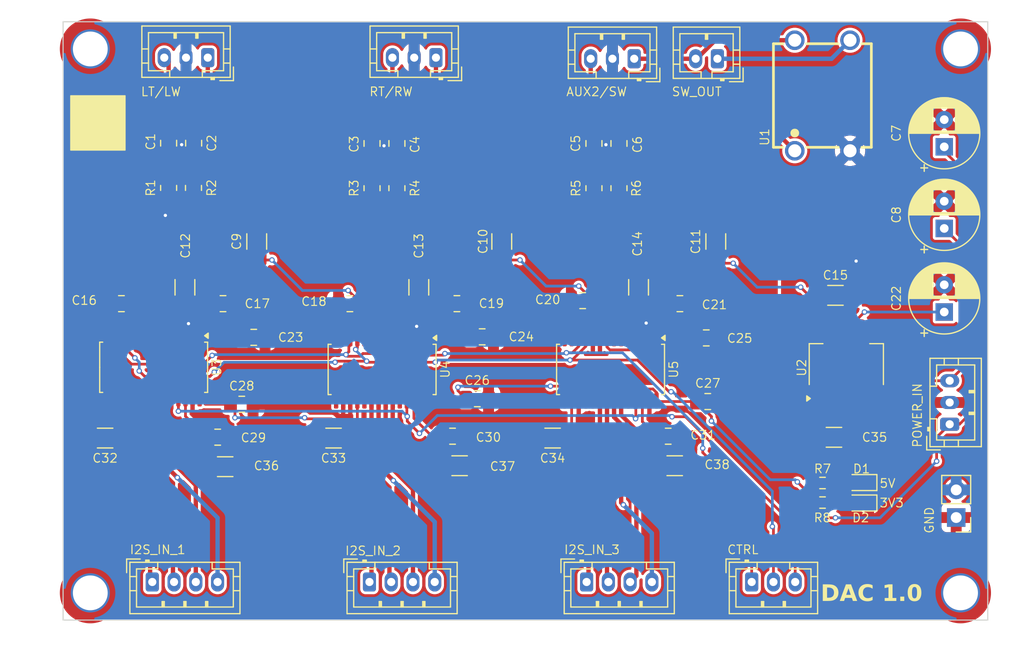
<source format=kicad_pcb>
(kicad_pcb (version 20240108) (generator "pcbnew") (generator_version "8.0")
  (layers (0 "F.Cu" signal) (31 "B.Cu" signal) (34 "B.Paste" user) (35 "F.Paste" user) (36 "B.SilkS" user "B.Silkscreen") (37 "F.SilkS" user "F.Silkscreen") (38 "B.Mask" user) (39 "F.Mask" user) (44 "Edge.Cuts" user))
  (net 0 "")
  (net 1 "MCLK0")
  (net 2 "MCLK1")
  (net 3 "LEFT_WOOFER")
  (net 4 "AGND")
  (net 5 "GND")
  (net 6 "3V3")
  (net 7 "5V")
  (net 8 "Net-(D1-A)")
  (net 9 "Net-(D2-A)")
  (net 10 "LEFT_TWEETER")
  (net 11 "SDA")
  (net 12 "SCL")
  (net 13 "MCLK2")
  (net 14 "RIGHT_TWEETER")
  (net 15 "LRCLK0")
  (net 16 "BCLK0")
  (net 17 "DATA0")
  (net 18 "LRCLK1")
  (net 19 "DATA1")
  (net 24 "XSMT")
  (net 25 "BCLK1")
  (net 26 "DATA2")
  (net 27 "RIGHT_WOOFER")
  (net 28 "LRCLK2")
  (net 29 "BCLK2")
  (net 30 "3V3A")
  (net 31 "Net-(U3-CAPP)")
  (net 32 "Net-(U3-CAPM)")
  (net 33 "Net-(U3-LDOO)")
  (net 34 "Net-(U3-VNEG)")
  (net 35 "LW_OUT_PRE")
  (net 36 "LT_OUT_PRE")
  (net 37 "RT_OUT_PRE")
  (net 38 "RW_OUT_PRE")
  (net 39 "SW_OUT_PRE")
  (net 40 "SW_OUT")
  (net 41 "SW_NEG")
  (net 42 "SUBWOOFER")
  (net 43 "SPARE_OUT")
  (net 44 "SPARE_OUT_PRE")
  (net 45 "Net-(U4-VNEG)")
  (net 46 "Net-(U5-VNEG)")
  (net 47 "Net-(U4-CAPP)")
  (net 48 "Net-(U4-CAPM)")
  (net 49 "Net-(U5-CAPM)")
  (net 50 "Net-(U5-CAPP)")
  (net 51 "Net-(U4-LDOO)")
  (net 52 "Net-(U5-LDOO)")
  (footprint "Capacitor_SMD:C_1206_3216Metric_Pad1.33x1.80mm_HandSolder" (layer "F.Cu") (at 95.3864 98.4775)
    (property "Reference" "C37")
    (property "Value" "10U")
  )
  (footprint "Capacitor_SMD:C_0805_2012Metric_Pad1.18x1.45mm_HandSolder" (layer "F.Cu") (at 68.6364 68.8275 90)
    (property "Reference" "C1")
    (property "Value" "2.2n 50V C0G")
  )
  (footprint "Package_SO:TSSOP-28_4.4x9.7mm_P0.65mm" (layer "F.Cu") (at 67.2614 89.4275 -90)
    (property "Reference" "U3")
    (property "Value" "PCM5122PW")
  )
  (footprint "Capacitor_SMD:C_0805_2012Metric_Pad1.18x1.45mm_HandSolder" (layer "F.Cu") (at 94.7364 95.765 180)
    (property "Reference" "C30")
    (property "Value" "0.1U")
  )
  (footprint "Connector_JST:JST_PH_B3B-PH-K_1x03_P2.00mm_Vertical" (layer "F.Cu") (at 72.2364 60.965 180)
    (property "Reference" "J1" (hide yes))
    (property "Value" "Conn_01x03_Pin")
  )
  (footprint "Capacitor_SMD:C_1206_3216Metric_Pad1.33x1.80mm_HandSolder" (layer "F.Cu") (at 73.8364 98.565)
    (property "Reference" "C36")
    (property "Value" "10U")
  )
  (footprint "Connector_JST:JST_PH_B2B-PH-K_1x02_P2.00mm_Vertical" (layer "F.Cu") (at 119.0864 61.065 180)
    (property "Reference" "J4" (hide yes))
    (property "Value" "Conn_01x02_Pin")
  )
  (footprint "Resistor_SMD:R_0805_2012Metric_Pad1.20x1.40mm_HandSolder" (layer "F.Cu") (at 68.6364 72.94 90)
    (property "Reference" "R1")
    (property "Value" "470R TF")
  )
  (footprint "Capacitor_SMD:C_0805_2012Metric_Pad1.18x1.45mm_HandSolder" (layer "F.Cu") (at 75.3614 92.8275)
    (property "Reference" "C28")
    (property "Value" "0.1U")
  )
  (footprint "Capacitor_SMD:C_0805_2012Metric_Pad1.18x1.45mm_HandSolder" (layer "F.Cu") (at 64.2989 83.5775 180)
    (property "Reference" "C16")
    (property "Value" "0.1U")
  )
  (footprint "Capacitor_SMD:C_0805_2012Metric_Pad1.18x1.45mm_HandSolder" (layer "F.Cu") (at 97.0114 92.315)
    (property "Reference" "C26")
    (property "Value" "0.1U")
  )
  (footprint "Connector_JST:JST_PH_B3B-PH-K_1x03_P2.00mm_Vertical" (layer "F.Cu") (at 140.4364 94.665 90)
    (property "Reference" "J5" (hide yes))
    (property "Value" "Conn_01x03_Pin")
  )
  (footprint "easyeda2kicad:XFMR-TH_4P-L9.5-W9.0-P5.08-LS10.2_C9900096976" (layer "F.Cu") (at 128.7364 64.445 90)
    (property "Reference" "U1")
    (property "Value" "DA101C_C6931652")
  )
  (footprint "Capacitor_SMD:C_0805_2012Metric_Pad1.18x1.45mm_HandSolder" (layer "F.Cu") (at 70.9364 68.8275 90)
    (property "Reference" "C2")
    (property "Value" "2.2n 50V C0G")
  )
  (footprint "Package_TO_SOT_SMD:SOT-223-3_TabPin2" (layer "F.Cu") (at 130.9364 89.165 90)
    (property "Reference" "U2")
    (property "Value" "AMS1117-3.3")
  )
  (footprint "Capacitor_SMD:C_1206_3216Metric_Pad1.33x1.80mm_HandSolder" (layer "F.Cu") (at 111.8364 82.0775 -90)
    (property "Reference" "C14")
    (property "Value" "2.2u 25V")
  )
  (footprint "Capacitor_SMD:C_1206_3216Metric_Pad1.33x1.80mm_HandSolder" (layer "F.Cu") (at 76.7364 77.865 90)
    (property "Reference" "C9")
    (property "Value" "10U")
  )
  (footprint "MountingHole:MountingHole_3.2mm_M3_DIN965_Pad_TopOnly" (layer "F.Cu") (at 61.4364 110.165)
    (property "Reference" "H3" (hide yes))
    (property "Value" "MountingHole")
  )
  (footprint "Capacitor_THT:CP_Radial_D6.3mm_P2.50mm" (layer "F.Cu") (at 139.9364 76.665 90)
    (property "Reference" "C8")
    (property "Value" "220u")
  )
  (footprint "Capacitor_SMD:C_0805_2012Metric_Pad1.18x1.45mm_HandSolder" (layer "F.Cu") (at 106.6989 83.2975 180)
    (property "Reference" "C20")
    (property "Value" "0.1U")
  )
  (footprint "Capacitor_SMD:C_1206_3216Metric_Pad1.33x1.80mm_HandSolder" (layer "F.Cu") (at 91.6364 82.0775 -90)
    (property "Reference" "C13")
    (property "Value" "2.2u 25V")
  )
  (footprint "Capacitor_SMD:C_1206_3216Metric_Pad1.33x1.80mm_HandSolder" (layer "F.Cu") (at 129.9364 82.815)
    (property "Reference" "C15")
    (property "Value" "10U")
  )
  (footprint "MountingHole:MountingHole_3.2mm_M3_DIN965_Pad_TopOnly" (layer "F.Cu") (at 141.4364 110.165)
    (property "Reference" "H4" (hide yes))
    (property "Value" "MountingHole")
  )
  (footprint "Capacitor_THT:CP_Radial_D6.3mm_P2.50mm" (layer "F.Cu") (at 139.9364 69.165 90)
    (property "Reference" "C7")
    (property "Value" "220u")
  )
  (footprint "Resistor_SMD:R_0603_1608Metric_Pad0.98x0.95mm_HandSolder" (layer "F.Cu") (at 128.7489 101.865)
    (property "Reference" "R8")
    (property "Value" "150R")
  )
  (footprint "Capacitor_SMD:C_0805_2012Metric_Pad1.18x1.45mm_HandSolder" (layer "F.Cu") (at 73.6364 83.5775 180)
    (property "Reference" "C17")
    (property "Value" "2.2u 25V")
  )
  (footprint "Capacitor_SMD:C_0805_2012Metric_Pad1.18x1.45mm_HandSolder" (layer "F.Cu") (at 73.1465 95.8525 180)
    (property "Reference" "C29")
    (property "Value" "0.1U")
  )
  (footprint "Capacitor_SMD:C_1206_3216Metric_Pad1.33x1.80mm_HandSolder" (layer "F.Cu") (at 129.7989 95.865 180)
    (property "Reference" "C35")
    (property "Value" "10U")
  )
  (footprint "Capacitor_SMD:C_0805_2012Metric_Pad1.18x1.45mm_HandSolder" (layer "F.Cu") (at 97.4614 86.6275)
    (property "Reference" "C24")
    (property "Value" "0.1U")
  )
  (footprint "Capacitor_SMD:C_1206_3216Metric_Pad1.33x1.80mm_HandSolder" (layer "F.Cu") (at 99.2614 77.865 90)
    (property "Reference" "C10")
    (property "Value" "10U")
  )
  (footprint "Capacitor_THT:CP_Radial_D6.3mm_P2.50mm" (layer "F.Cu") (at 139.9364 84.3474 90)
    (property "Reference" "C22")
    (property "Value" "220u")
  )
  (footprint "Capacitor_SMD:C_1206_3216Metric_Pad1.33x1.80mm_HandSolder" (layer "F.Cu") (at 118.9364 77.865 90)
    (property "Reference" "C11")
    (property "Value" "10U")
  )
  (footprint "Connector_JST:JST_PH_B4B-PH-K_1x04_P2.00mm_Vertical" (layer "F.Cu") (at 87.0989 109.165)
    (property "Reference" "J8" (hide yes))
    (property "Value" "Conn_01x04_Pin")
  )
  (footprint "MountingHole:MountingHole_3.2mm_M3_DIN965_Pad_TopOnly" (layer "F.Cu") (at 141.4364 60.165)
    (property "Reference" "H2" (hide yes))
    (property "Value" "MountingHole")
  )
  (footprint "Resistor_SMD:R_0805_2012Metric_Pad1.20x1.40mm_HandSolder" (layer "F.Cu") (at 87.3364 72.965 90)
    (property "Reference" "R3")
    (property "Value" "470R TF")
  )
  (footprint "Connector_PinHeader_2.54mm:PinHeader_1x02_P2.54mm_Vertical" (layer "F.Cu") (at 141.0364 103.24 180)
    (property "Reference" "J6" (hide yes))
    (property "Value" "Conn_01x02_Pin")
  )
  (footprint "Connector_JST:JST_PH_B3B-PH-K_1x03_P2.00mm_Vertical" (layer "F.Cu") (at 111.4364 61.065 180)
    (property "Reference" "J3" (hide yes))
    (property "Value" "Conn_01x03_Pin")
  )
  (footprint "Connector_JST:JST_PH_B3B-PH-K_1x03_P2.00mm_Vertical" (layer "F.Cu") (at 93.2114 60.965 180)
    (property "Reference" "J2" (hide yes))
    (property "Value" "Conn_01x03_Pin")
  )
  (footprint "Resistor_SMD:R_0805_2012Metric_Pad1.20x1.40mm_HandSolder" (layer "F.Cu") (at 110.0364 72.965 90)
    (property "Reference" "R6")
    (property "Value" "470R TF")
  )
  (footprint "Resistor_SMD:R_0805_2012Metric_Pad1.20x1.40mm_HandSolder" (layer "F.Cu") (at 89.6232 72.965 90)
    (property "Reference" "R4")
    (property "Value" "470R TF")
  )
  (footprint "Capacitor_SMD:C_0805_2012Metric_Pad1.18x1.45mm_HandSolder" (layer "F.Cu") (at 95.1364 83.5775 180)
    (property "Reference" "C19")
    (property "Value" "2.2u 25V")
  )
  (footprint "Capacitor_SMD:C_1206_3216Metric_Pad1.33x1.80mm_HandSolder" (layer "F.Cu") (at 83.7989 95.935 180)
    (property "Reference" "C33")
    (property "Value" "10U")
  )
  (footprint "Capacitor_SMD:C_0805_2012Metric_Pad1.18x1.45mm_HandSolder" (layer "F.Cu") (at 85.2989 83.5775 180)
    (property "Reference" "C18")
    (property "Value" "0.1U")
  )
  (footprint "Resistor_SMD:R_0805_2012Metric_Pad1.20x1.40mm_HandSolder" (layer "F.Cu") (at 107.7364 72.965 90)
    (property "Reference" "R5")
    (property "Value" "470R TF")
  )
  (footprint "Capacitor_SMD:C_0805_2012Metric_Pad1.18x1.45mm_HandSolder" (layer "F.Cu") (at 89.6232 68.8525 90)
    (property "Reference" "C4")
    (property "Value" "2.2n 50V C0G")
  )
  (footprint "Capacitor_SMD:C_1206_3216Metric_Pad1.33x1.80mm_HandSolder" (layer "F.Cu") (at 70.1364 82.0775 -90)
    (property "Reference" "C12")
    (property "Value" "2.2u 25V")
  )
  (footprint "Capacitor_SMD:C_1206_3216Metric_Pad1.33x1.80mm_HandSolder" (layer "F.Cu") (at 62.7989 95.935 180)
    (property "Reference" "C32")
    (property "Value" "10U")
  )
  (footprint "LED_SMD:LED_0603_1608Metric" (layer "F.Cu") (at 132.2614 101.905 180)
    (property "Reference" "D2")
    (property "Value" "BLUE")
  )
  (footprint "Capacitor_SMD:C_0805_2012Metric_Pad1.18x1.45mm_HandSolder" (layer "F.Cu") (at 107.7364 68.8525 90)
    (property "Reference" "C5")
    (property "Value" "2.2n 50V C0G")
  )
  (footprint "Package_SO:TSSOP-28_4.4x9.7mm_P0.65mm" (layer "F.Cu") (at 109.2614 89.6275 -90)
    (property "Reference" "U5")
    (property "Value" "PCM5122PW")
  )
  (footprint "Connector_JST:JST_PH_B3B-PH-K_1x03_P2.00mm_Vertical" (layer "F.Cu") (at 122.2364 109.165)
    (property "Reference" "J11" (hide yes))
    (property "Value" "Conn_01x03_Pin")
  )
  (footprint "Resistor_SMD:R_0805_2012Metric_Pad1.20x1.40mm_HandSolder" (layer "F.Cu") (at 70.9232 72.94 90)
    (property "Reference" "R2")
    (property "Value" "470R TF")
  )
  (footprint "Package_SO:TSSOP-28_4.4x9.7mm_P0.65mm" (layer "F.Cu") (at 88.2614 89.6275 -90)
    (property "Reference" "U4")
    (property "Value" "PCM5122PW")
  )
  (footprint "LED_SMD:LED_0603_1608Metric" (layer "F.Cu") (at 132.2614 100.025 180)
    (property "Reference" "D1")
    (property "Value" "RED")
  )
  (footprint "Capacitor_SMD:C_1206_3216Metric_Pad1.33x1.80mm_HandSolder" (layer "F.Cu") (at 103.9364 95.935 180)
    (property "Reference" "C34")
    (property "Value" "10U")
  )
  (footprint "Capacitor_SMD:C_0805_2012Metric_Pad1.18x1.45mm_HandSolder" (layer "F.Cu") (at 114.5614 95.765 180)
    (property "Reference" "C31")
    (property "Value" "0.1U")
  )
  (footprint "Capacitor_SMD:C_0805_2012Metric_Pad1.18x1.45mm_HandSolder" (layer "F.Cu") (at 76.4614 86.6775)
    (property "Reference" "C23")
    (property "Value" "0.1U")
  )
  (footprint "Connector_JST:JST_PH_B4B-PH-K_1x04_P2.00mm_Vertical" (layer "F.Cu") (at 67.1364 109.165)
    (property "Reference" "J7" (hide yes))
    (property "Value" "Conn_01x04_Pin")
  )
  (footprint "Capacitor_SMD:C_0805_2012Metric_Pad1.18x1.45mm_HandSolder" (layer "F.Cu") (at 110.0364 68.8525 90)
    (property "Reference" "C6")
    (property "Value" "2.2n 50V C0G")
  )
  (footprint "Connector_JST:JST_PH_B4B-PH-K_1x04_P2.00mm_Vertical" (layer "F.Cu") (at 107.0614 109.165)
    (property "Reference" "J9" (hide yes))
    (property "Value" "Conn_01x04_Pin")
  )
  (footprint "Capacitor_SMD:C_1206_3216Metric_Pad1.33x1.80mm_HandSolder" (layer "F.Cu") (at 115.1614 98.4775)
    (property "Reference" "C38")
    (property "Value" "10U")
  )
  (footprint "Capacitor_SMD:C_0805_2012Metric_Pad1.18x1.45mm_HandSolder" (layer "F.Cu") (at 118.0614 86.7275)
    (property "Reference" "C25")
    (property "Value" "0.1U")
  )
  (footprint "Capacitor_SMD:C_0805_2012Metric_Pad1.18x1.45mm_HandSolder" (layer "F.Cu") (at 87.3364 68.8525 90)
    (property "Reference" "C3")
    (property "Value" "2.2n 50V C0G")
  )
  (footprint "Capacitor_SMD:C_0805_2012Metric_Pad1.18x1.45mm_HandSolder" (layer "F.Cu") (at 115.6364 83.5775 180)
    (property "Reference" "C21")
    (property "Value" "2.2u 25V")
  )
  (footprint "Resistor_SMD:R_0603_1608Metric_Pad0.98x0.95mm_HandSolder" (layer "F.Cu") (at 128.7489 100.065)
    (property "Reference" "R7")
    (property "Value" "1.3K")
  )
  (footprint "Capacitor_SMD:C_0805_2012Metric_Pad1.18x1.45mm_HandSolder" (layer "F.Cu") (at 118.1989 92.5775)
    (property "Reference" "C27")
    (property "Value" "0.1U")
  )
  (footprint "MountingHole:MountingHole_3.2mm_M3_DIN965_Pad_TopOnly" (layer "F.Cu") (at 61.4364 60.165)
    (property "Reference" "H1" (hide yes))
    (property "Value" "MountingHole")
  )
  (gr_rect (start 59.6364 64.465) (end 64.6364 69.465) (stroke (width 0.1)) (fill solid) (layer "F.SilkS"))
  (gr_line (start 58.9364 112.665) (end 58.9364 57.665) (stroke (width 0.1)) (layer "Edge.Cuts"))
  (gr_line (start 58.9364 57.665) (end 143.9364 57.665) (stroke (width 0.1)) (layer "Edge.Cuts"))
  (gr_line (start 143.9364 112.665) (end 58.9364 112.665) (stroke (width 0.1)) (layer "Edge.Cuts"))
  (gr_line (start 143.9364 57.665) (end 143.9364 112.665) (stroke (width 0.1)) (layer "Edge.Cuts"))
  (gr_text "DAC 1.0" (at 137.9364 111.165 0) (layer "F.SilkS") (effects (font (size 1.5 1.5) (thickness 0.1) (bold yes)) (justify right bottom)))
  (gr_text "I2S_IN_3" (at 104.9364 106.665 0) (layer "F.SilkS") (effects (font (size 0.8 0.8) (thickness 0.1)) (justify left bottom)))
  (gr_text "GND" (at 139.0364 104.765 90) (layer "F.SilkS") (effects (font (size 0.8 0.8) (thickness 0.1)) (justify left bottom)))
  (gr_text "3V3" (at 133.9364 102.365 0) (layer "F.SilkS") (effects (font (size 0.8 0.8) (thickness 0.1)) (justify left bottom)))
  (gr_text "RT/RW" (at 87.0364 64.565 0) (layer "F.SilkS") (effects (font (size 0.8 0.8) (thickness 0.1)) (justify left bottom)))
  (gr_text "SW_OUT" (at 114.8364 64.565 0) (layer "F.SilkS") (effects (font (size 0.8 0.8) (thickness 0.1)) (justify left bottom)))
  (gr_text "LT/LW" (at 66.0364 64.565 0) (layer "F.SilkS") (effects (font (size 0.8 0.8) (thickness 0.1)) (justify left bottom)))
  (gr_text "AUX2/SW" (at 105.1364 64.565 0) (layer "F.SilkS") (effects (font (size 0.8 0.8) (thickness 0.1)) (justify left bottom)))
  (gr_text "CTRL" (at 119.9364 106.665 0) (layer "F.SilkS") (effects (font (size 0.8 0.8) (thickness 0.1)) (justify left bottom)))
  (gr_text "5V" (at 133.9364 100.565 0) (layer "F.SilkS") (effects (font (size 0.8 0.8) (thickness 0.1)) (justify left bottom)))
  (gr_text "I2S_IN_1" (at 65.0114 106.665 0) (layer "F.SilkS") (effects (font (size 0.8 0.8) (thickness 0.1)) (justify left bottom)))
  (gr_text "POWER_IN" (at 137.9364 96.865 90) (layer "F.SilkS") (effects (font (size 0.8 0.8) (thickness 0.1)) (justify left bottom)))
  (gr_text "I2S_IN_2" (at 84.8114 106.765 0) (layer "F.SilkS") (effects (font (size 0.8 0.8) (thickness 0.1)) (justify left bottom)))
  (segment (start 66.2864 98.182767) (end 66.9364 98.832767) (width 0.4) (layer "F.Cu") (net 1))
  (segment (start 66.9364 98.832767) (end 66.9364 108.965) (width 0.4) (layer "F.Cu") (net 1))
  (segment (start 66.2864 92.29) (end 66.2864 98.182767) (width 0.4) (layer "F.Cu") (net 1))
  (segment (start 87.2864 92.49) (end 87.2864 108.9775) (width 0.4) (layer "F.Cu") (net 2))
  (segment (start 72.2364 66.49) (end 70.9364 67.79) (width 0.4) (layer "F.Cu") (net 3))
  (segment (start 70.9232 71.94) (end 72.0614 70.8018) (width 0.4) (layer "F.Cu") (net 3))
  (segment (start 72.2364 60.965) (end 72.2364 66.49) (width 0.4) (layer "F.Cu") (net 3))
  (segment (start 72.0614 70.8018) (end 72.0614 68.915) (width 0.4) (layer "F.Cu") (net 3))
  (segment (start 72.0614 68.915) (end 70.9364 67.79) (width 0.4) (layer "F.Cu") (net 3))
  (segment (start 70.1864 85.692035) (end 70.1864 86.565) (width 0.25) (layer "F.Cu") (net 4))
  (segment (start 70.7364 69.865) (end 69.8364 68.965) (width 0.25) (layer "F.Cu") (net 4))
  (segment (start 87.3364 69.89) (end 89.6232 69.89) (width 0.25) (layer "F.Cu") (net 4))
  (segment (start 131.4989 82.815) (end 131.4989 80.0025) (width 0.25) (layer "F.Cu") (net 4))
  (segment (start 89.2614 69.89) (end 88.4364 69.065) (width 0.25) (layer "F.Cu") (net 4))
  (segment (start 91.1864 86.765) (end 91.1864 85.915) (width 0.25) (layer "F.Cu") (net 4))
  (segment (start 112.1864 85.715) (end 112.5364 85.365) (width 0.25) (layer "F.Cu") (net 4))
  (segment (start 112.1864 86.765) (end 112.1864 85.715) (width 0.25) (layer "F.Cu") (net 4))
  (segment (start 109.7614 69.89) (end 108.8364 68.965) (width 0.25) (layer "F.Cu") (net 4))
  (segment (start 91.1864 85.915) (end 91.4364 85.665) (width 0.25) (layer "F.Cu") (net 4))
  (segment (start 70.463436 85.414999) (end 70.1864 85.692035) (width 0.25) (layer "F.Cu") (net 4))
  (segment (start 110.0364 69.89) (end 107.7364 69.89) (width 0.25) (layer "F.Cu") (net 4))
  (segment (start 131.4989 80.0025) (end 131.8364 79.665) (width 0.25) (layer "F.Cu") (net 4))
  (via (at 108.8364 68.965) (size 0.5) (drill 0.3) (layers "F.Cu" "B.Cu") (net 4))
  (via (at 91.4364 85.665) (size 0.5) (drill 0.3) (layers "F.Cu" "B.Cu") (net 4))
  (via (at 69.8364 68.965) (size 0.5) (drill 0.3) (layers "F.Cu" "B.Cu") (net 4))
  (via (at 88.4364 69.065) (size 0.5) (drill 0.3) (layers "F.Cu" "B.Cu") (net 4))
  (via (at 131.8364 79.665) (size 0.5) (drill 0.3) (layers "F.Cu" "B.Cu") (net 4))
  (via (at 112.5364 85.365) (size 0.5) (drill 0.3) (layers "F.Cu" "B.Cu") (net 4))
  (via (at 68.3364 75.465) (size 0.5) (drill 0.3) (layers "F.Cu" "B.Cu") (net 4))
  (via (at 70.463436 85.414999) (size 0.5) (drill 0.3) (layers "F.Cu" "B.Cu") (net 4))
  (segment (start 95.2364 91.5775) (end 95.9739 92.315) (width 0.25) (layer "F.Cu") (net 6))
  (segment (start 85.9864 91.752501) (end 86.311401 91.4275) (width 0.25) (layer "F.Cu") (net 6))
  (segment (start 65.357588 91.2275) (end 64.9864 91.598688) (width 0.25) (layer "F.Cu") (net 6))
  (segment (start 74.7364 94.065) (end 74.7364 93.24) (width 0.25) (layer "F.Cu") (net 6))
  (segment (start 118.5364 94.365) (end 118.5364 93.9525) (width 0.25) (layer "F.Cu") (net 6))
  (segment (start 143.0364 72.665) (end 139.9364 69.565) (width 0.25) (layer "F.Cu") (net 6))
  (segment (start 72.0239 92.8275) (end 71.4864 92.29) (width 0.25) (layer "F.Cu") (net 6))
  (segment (start 139.9364 69.565) (end 139.9364 69.165) (width 0.25) (layer "F.Cu") (net 6))
  (segment (start 113.161399 91.4275) (end 110.6739 91.4275) (width 0.25) (layer "F.Cu") (net 6))
  (segment (start 139.2364 98.065) (end 139.2364 95.865) (width 0.25) (layer "F.Cu") (net 6))
  (segment (start 110.515212 91.4275) (end 110.8864 91.798688) (width 0.25) (layer "F.Cu") (net 6))
  (segment (start 106.9864 91.4775) (end 107.0364 91.4275) (width 0.25) (layer "F.Cu") (net 6))
  (segment (start 81.2364 94.165) (end 81.1364 94.065) (width 0.25) (layer "F.Cu") (net 6))
  (segment (start 113.4864 92.49) (end 113.4864 91.752501) (width 0.25) (layer "F.Cu") (net 6))
  (segment (start 113.5739 92.5775) (end 113.4864 92.49) (width 0.25) (layer "F.Cu") (net 6))
  (segment (start 105.6864 95.7475) (end 105.6864 92.49) (width 0.25) (layer "F.Cu") (net 6))
  (segment (start 105.098899 91.165) (end 103.7364 91.165) (width 0.25) (layer "F.Cu") (net 6))
  (segment (start 63.6864 91.552501) (end 63.6864 92.29) (width 0.25) (layer "F.Cu") (net 6))
  (segment (start 127.8364 101.365) (end 126.4364 99.965) (width 0.25) (layer "F.Cu") (net 6))
  (segment (start 81.2364 94.165) (end 83.5914 94.165) (width 0.25) (layer "F.Cu") (net 6))
  (segment (start 90.211401 91.4275) (end 92.115212 91.4275) (width 0.25) (layer "F.Cu") (net 6))
  (segment (start 105.6864 92.49) (end 105.6864 91.752501) (width 0.25) (layer "F.Cu") (net 6))
  (segment (start 89.8864 92.49) (end 89.8864 91.752501) (width 0.25) (layer "F.Cu") (net 6))
  (segment (start 127.8364 101.865) (end 127.8364 101.365) (width 0.25) (layer "F.Cu") (net 6))
  (segment (start 92.115212 91.4275) (end 92.4864 91.798688) (width 0.25) (layer "F.Cu") (net 6))
  (segment (start 105.6864 91.752501) (end 105.098899 91.165) (width 0.25) (layer "F.Cu") (net 6))
  (segment (start 85.9864 95.31) (end 85.9864 92.49) (width 0.25) (layer "F.Cu") (net 6))
  (segment (start 89.8864 91.752501) (end 90.211401 91.4275) (width 0.25) (layer "F.Cu") (net 6))
  (segment (start 71.4864 91.552501) (end 71.161399 91.2275) (width 0.25) (layer "F.Cu") (net 6))
  (segment (start 143.0364 92.965) (end 143.0364 72.665) (width 0.25) (layer "F.Cu") (net 6))
  (segment (start 105.6864 91.752501) (end 106.011401 91.4275) (width 0.25) (layer "F.Cu") (net 6))
  (segment (start 95.9739 92.315) (end 92.6614 92.315) (width 0.25) (layer "F.Cu") (net 6))
  (segment (start 86.311401 91.4275) (end 89.515212 91.4275) (width 0.25) (layer "F.Cu") (net 6))
  (segment (start 71.161399 91.2275) (end 65.357588 91.2275) (width 0.25) (layer "F.Cu") (net 6))
  (segment (start 106.011401 91.4275) (end 107.0364 91.4275) (width 0.25) (layer "F.Cu") (net 6))
  (segment (start 64.9864 95.31) (end 64.3614 95.935) (width 0.25) (layer "F.Cu") (net 6))
  (segment (start 85.3614 95.935) (end 83.5914 94.165) (width 0.25) (layer "F.Cu") (net 6))
  (segment (start 110.6739 91.4275) (end 110.594556 91.506844) (width 0.25) (layer "F.Cu") (net 6))
  (segment (start 141.3364 94.665) (end 143.0364 92.965) (width 0.25) (layer "F.Cu") (net 6))
  (segment (start 85.3614 95.935) (end 85.9864 95.31) (width 0.25) (layer "F.Cu") (net 6))
  (segment (start 118.5364 93.9525) (end 117.1614 92.5775) (width 0.25) (layer "F.Cu") (net 6))
  (segment (start 110.8864 91.798688) (end 110.8864 92.49) (width 0.25) (layer "F.Cu") (net 6))
  (segment (start 140.4364 94.665) (end 141.3364 94.665) (width 0.25) (layer "F.Cu") (net 6))
  (segment (start 64.9864 91.598688) (end 64.9864 92.29) (width 0.25) (layer "F.Cu") (net 6))
  (segment (start 64.9864 91.598688) (end 64.615212 91.2275) (width 0.25) (layer "F.Cu") (net 6))
  (segment (start 85.9864 92.49) (end 85.9864 91.752501) (width 0.25) (layer "F.Cu") (net 6))
  (segment (start 92.4864 91.798688) (end 92.4864 92.49) (width 0.25) (layer "F.Cu") (net 6))
  (segment (start 64.9864 92.29) (end 64.9864 95.31) (width 0.25) (layer "F.Cu") (net 6))
  (segment (start 117.1614 92.5775) (end 113.5739 92.5775) (width 0.25) (layer "F.Cu") (net 6))
  (segment (start 64.011401 91.2275) (end 63.6864 91.552501) (width 0.25) (layer "F.Cu") (net 6))
  (segment (start 129.2364 103.265) (end 129.9364 103.265) (width 0.25) (layer "F.Cu") (net 6))
  (segment (start 74.3239 92.8275) (end 72.0239 92.8275) (width 0.25) (layer "F.Cu") (net 6))
  (segment (start 139.2364 95.865) (end 140.4364 94.665) (width 0.25) (layer "F.Cu") (net 6))
  (segment (start 113.4864 91.752501) (end 113.161399 91.4275) (width 0.25) (layer "F.Cu") (net 6))
  (segment (start 89.8864 91.798688) (end 89.8864 92.49) (width 0.25) (layer "F.Cu") (net 6))
  (segment (start 64.615212 91.2275) (end 64.011401 91.2275) (width 0.25) (layer "F.Cu") (net 6))
  (segment (start 71.4864 92.29) (end 71.4864 91.552501) (width 0.25) (layer "F.Cu") (net 6))
  (segment (start 106.9864 92.49) (end 106.9864 91.4775) (width 0.25) (layer "F.Cu") (net 6))
  (segment (start 127.8364 101.865) (end 129.2364 103.265) (width 0.25) (layer "F.Cu") (net 6))
  (segment (start 95.2364 91.265) (end 95.2364 91.5775) (width 0.25) (layer "F.Cu") (net 6))
  (segment (start 107.0364 91.4275) (end 110.515212 91.4275) (width 0.25) (layer "F.Cu") (net 6))
  (segment (start 92.6614 92.315) (end 92.4864 92.49) (width 0.25) (layer "F.Cu") (net 6))
  (segment (start 89.515212 91.4275) (end 89.8864 91.798688) (width 0.25) (layer "F.Cu") (net 6))
  (via (at 118.5364 94.365) (size 0.5) (drill 0.3) (layers "F.Cu" "B.Cu") (net 6))
  (via (at 139.2364 98.065) (size 0.5) (drill 0.3) (layers "F.Cu" "B.Cu") (net 6))
  (via (at 126.4364 99.965) (size 0.5) (drill 0.3) (layers "F.Cu" "B.Cu") (net 6))
  (via (at 81.1364 94.065) (size 0.5) (drill 0.3) (layers "F.Cu" "B.Cu") (net 6))
  (via (at 95.2364 91.265) (size 0.5) (drill 0.3) (layers "F.Cu" "B.Cu") (net 6))
  (via (at 74.7364 94.065) (size 0.5) (drill 0.3) (layers "F.Cu" "B.Cu") (net 6))
  (via (at 103.7364 91.165) (size 0.5) (drill 0.3) (layers "F.Cu" "B.Cu") (net 6))
  (via (at 129.9364 103.265) (size 0.5) (drill 0.3) (layers "F.Cu" "B.Cu") (net 6))
  (segment (start 81.1364 94.065) (end 74.7364 94.065) (width 0.25) (layer "B.Cu") (net 6))
  (segment (start 95.3364 91.165) (end 95.2364 91.265) (width 0.25) (layer "B.Cu") (net 6))
  (segment (start 123.9364 99.765) (end 118.5364 94.365) (width 0.25) (layer "B.Cu") (net 6))
  (segment (start 126.2364 99.765) (end 123.9364 99.765) (width 0.25) (layer "B.Cu") (net 6))
  (segment (start 126.4364 99.965) (end 126.2364 99.765) (width 0.25) (layer "B.Cu") (net 6))
  (segment (start 134.0364 103.265) (end 139.2364 98.065) (width 0.25) (layer "B.Cu") (net 6))
  (segment (start 129.9364 103.265) (end 134.0364 103.265) (width 0.25) (layer "B.Cu") (net 6))
  (segment (start 103.7364 91.165) (end 95.3364 91.165) (width 0.25) (layer "B.Cu") (net 6))
  (segment (start 131.3614 95.865) (end 127.8364 99.39) (width 0.25) (layer "F.Cu") (net 7))
  (segment (start 141.5364 78.265) (end 139.9364 76.665) (width 0.25) (layer "F.Cu") (net 7))
  (segment (start 127.8364 99.39) (end 127.8364 100.065) (width 0.25) (layer "F.Cu") (net 7))
  (segment (start 131.3614 95.865) (end 131.3614 94.19) (width 0.25) (layer "F.Cu") (net 7))
  (segment (start 140.4364 90.665) (end 141.5364 89.565) (width 0.25) (layer "F.Cu") (net 7))
  (segment (start 140.4364 90.665) (end 134.8864 90.665) (width 0.25) (layer "F.Cu") (net 7))
  (segment (start 134.8864 90.665) (end 133.2364 92.315) (width 0.25) (layer "F.Cu") (net 7))
  (segment (start 141.5364 89.565) (end 141.5364 78.265) (width 0.25) (layer "F.Cu") (net 7))
  (segment (start 131.3614 94.19) (end 133.2364 92.315) (width 0.25) (layer "F.Cu") (net 7))
  (segment (start 129.6614 100.065) (end 131.4339 100.065) (width 0.25) (layer "F.Cu") (net 8))
  (segment (start 129.6614 101.865) (end 131.4339 101.865) (width 0.25) (layer "F.Cu") (net 9))
  (segment (start 67.5114 70.815) (end 67.5114 68.915) (width 0.4) (layer "F.Cu") (net 10))
  (segment (start 68.6364 67.79) (end 68.6364 61.365) (width 0.4) (layer "F.Cu") (net 10))
  (segment (start 68.6364 61.365) (end 68.2364 60.965) (width 0.4) (layer "F.Cu") (net 10))
  (segment (start 67.5114 68.915) (end 68.6364 67.79) (width 0.4) (layer "F.Cu") (net 10))
  (segment (start 68.6364 71.94) (end 67.5114 70.815) (width 0.4) (layer "F.Cu") (net 10))
  (segment (start 111.7364 88.765) (end 114.644458 91.673058) (width 0.25) (layer "F.Cu") (net 11))
  (segment (start 64.9864 88.015) (end 65.5364 88.565) (width 0.25) (layer "F.Cu") (net 11))
  (segment (start 124.1364 104.065) (end 124.2364 104.165) (width 0.25) (layer "F.Cu") (net 11))
  (segment (start 85.9864 87.632635) (end 85.829035 87.79) (width 0.25) (layer "F.Cu") (net 11))
  (segment (start 124.2364 104.165) (end 124.2364 109.165) (width 0.25) (layer "F.Cu") (net 11))
  (segment (start 64.9864 86.565) (end 64.9864 88.015) (width 0.25) (layer "F.Cu") (net 11))
  (segment (start 86.8364 88.865) (end 84.0364 88.865) (width 0.25) (layer "F.Cu") (net 11))
  (segment (start 106.9864 86.765) (end 106.9864 87.502499) (width 0.25) (layer "F.Cu") (net 11))
  (segment (start 105.723899 88.765) (end 105.5364 88.765) (width 0.25) (layer "F.Cu") (net 11))
  (segment (start 93.1364 88.965) (end 86.9364 88.965) (width 0.25) (layer "F.Cu") (net 11))
  (segment (start 65.9364 89.765) (end 66.4364 90.265) (width 0.25) (layer "F.Cu") (net 11))
  (segment (start 105.5364 88.765) (end 111.7364 88.765) (width 0.25) (layer "F.Cu") (net 11))
  (segment (start 85.9864 86.765) (end 85.9864 87.632635) (width 0.25) (layer "F.Cu") (net 11))
  (segment (start 84.0364 88.865) (end 83.9364 88.965) (width 0.25) (layer "F.Cu") (net 11))
  (segment (start 66.4364 90.265) (end 72.4364 90.265) (width 0.25) (layer "F.Cu") (net 11))
  (segment (start 114.644458 91.673058) (end 114.828342 91.673058) (width 0.25) (layer "F.Cu") (net 11))
  (segment (start 72.4364 90.265) (end 72.8364 89.865) (width 0.25) (layer "F.Cu") (net 11))
  (segment (start 86.9364 88.965) (end 86.8364 88.865) (width 0.25) (layer "F.Cu") (net 11))
  (segment (start 106.9864 87.502499) (end 105.723899 88.765) (width 0.25) (layer "F.Cu") (net 11))
  (via (at 93.1364 88.965) (size 0.5) (drill 0.3) (layers "F.Cu" "B.Cu") (net 11))
  (via (at 72.8364 89.865) (size 0.5) (drill 0.3) (layers "F.Cu" "B.Cu") (net 11))
  (via (at 86.8364 88.865) (size 0.5) (drill 0.3) (layers "F.Cu" "B.Cu") (net 11))
  (via (at 124.1364 104.065) (size 0.5) (drill 0.3) (layers "F.Cu" "B.Cu") (net 11))
  (via (at 65.9364 89.765) (size 0.5) (drill 0.3) (layers "F.Cu" "B.Cu") (net 11))
  (via (at 65.5364 88.565) (size 0.5) (drill 0.3) (layers "F.Cu" "B.Cu") (net 11))
  (via (at 85.829035 87.79) (size 0.5) (drill 0.3) (layers "F.Cu" "B.Cu") (net 11))
  (via (at 83.9364 88.965) (size 0.5) (drill 0.3) (layers "F.Cu" "B.Cu") (net 11))
  (via (at 114.828342 91.673058) (size 0.5) (drill 0.3) (layers "F.Cu" "B.Cu") (net 11))
  (via (at 105.5364 88.765) (size 0.5) (drill 0.3) (layers "F.Cu" "B.Cu") (net 11))
  (segment (start 83.9364 88.965) (end 73.7364 88.965) (width 0.25) (layer "B.Cu") (net 11))
  (segment (start 65.5364 88.565) (end 65.9364 88.965) (width 0.25) (layer "B.Cu") (net 11))
  (segment (start 124.1364 104.065) (end 124.1364 100.828604) (width 0.25) (layer "B.Cu") (net 11))
  (segment (start 105.5364 88.765) (end 93.3364 88.765) (width 0.25) (layer "B.Cu") (net 11))
  (segment (start 86.8364 88.865) (end 85.829035 87.857635) (width 0.25) (layer "B.Cu") (net 11))
  (segment (start 93.3364 88.765) (end 93.1364 88.965) (width 0.25) (layer "B.Cu") (net 11))
  (segment (start 85.829035 87.857635) (end 85.829035 87.79) (width 0.25) (layer "B.Cu") (net 11))
  (segment (start 65.9364 88.965) (end 65.9364 89.765) (width 0.25) (layer "B.Cu") (net 11))
  (segment (start 114.980854 91.673058) (end 114.828342 91.673058) (width 0.25) (layer "B.Cu") (net 11))
  (segment (start 124.1364 100.828604) (end 114.980854 91.673058) (width 0.25) (layer "B.Cu") (net 11))
  (segment (start 73.7364 88.965) (end 72.8364 89.865) (width 0.25) (layer "B.Cu") (net 11))
  (segment (start 106.3364 87.502499) (end 105.744722 88.094177) (width 0.25) (layer "F.Cu") (net 12))
  (segment (start 64.3364 86.565) (end 64.3364 88.248884) (width 0.25) (layer "F.Cu") (net 12))
  (segment (start 64.3364 88.248884) (end 65.227516 89.14) (width 0.25) (layer "F.Cu") (net 12))
  (segment (start 105.744722 88.094177) (end 105.200989 88.094177) (width 0.25) (layer "F.Cu") (net 12))
  (segment (start 85.204035 87.997365) (end 85.204035 87.531116) (width 0.25) (layer "F.Cu") (net 12))
  (segment (start 86.250004 88.415) (end 86.500004 88.165) (width 0.25) (layer "F.Cu") (net 12))
  (segment (start 88.008692 88.165) (end 88.158692 88.315) (width 0.25) (layer "F.Cu") (net 12))
  (segment (start 65.227516 89.14) (end 71.8364 89.14) (width 0.25) (layer "F.Cu") (net 12))
  (segment (start 85.0864 88.415) (end 86.250004 88.415) (width 0.25) (layer "F.Cu") (net 12))
  (segment (start 86.500004 88.165) (end 88.008692 88.165) (width 0.25) (layer "F.Cu") (net 12))
  (segment (start 85.204035 87.531116) (end 85.3364 87.398751) (width 0.25) (layer "F.Cu") (net 12))
  (segment (start 106.3364 86.765) (end 106.3364 87.502499) (width 0.25) (layer "F.Cu") (net 12))
  (segment (start 84.9364 88.265) (end 85.0864 88.415) (width 0.25) (layer "F.Cu") (net 12))
  (segment (start 122.2364 101.765) (end 117.7364 97.265) (width 0.25) (layer "F.Cu") (net 12))
  (segment (start 93.8864 88.315) (end 94.0364 88.165) (width 0.25) (layer "F.Cu") (net 12))
  (segment (start 84.9364 88.265) (end 85.204035 87.997365) (width 0.25) (layer "F.Cu") (net 12))
  (segment (start 117.7364 97.265) (end 117.7364 96.865) (width 0.25) (layer "F.Cu") (net 12))
  (segment (start 71.8364 89.14) (end 72.6364 88.34) (width 0.25) (layer "F.Cu") (net 12))
  (segment (start 122.2364 109.165) (end 122.2364 101.765) (width 0.25) (layer "F.Cu") (net 12))
  (segment (start 88.158692 88.315) (end 93.8864 88.315) (width 0.25) (layer "F.Cu") (net 12))
  (segment (start 85.3364 87.398751) (end 85.3364 86.765) (width 0.25) (layer "F.Cu") (net 12))
  (via (at 105.200989 88.094177) (size 0.5) (drill 0.3) (layers "F.Cu" "B.Cu") (net 12))
  (via (at 84.9364 88.265) (size 0.5) (drill 0.3) (layers "F.Cu" "B.Cu") (net 12))
  (via (at 117.7364 96.865) (size 0.5) (drill 0.3) (layers "F.Cu" "B.Cu") (net 12))
  (via (at 94.0364 88.165) (size 0.5) (drill 0.3) (layers "F.Cu" "B.Cu") (net 12))
  (via (at 72.6364 88.34) (size 0.5) (drill 0.3) (layers "F.Cu" "B.Cu") (net 12))
  (segment (start 117.7364 96.865) (end 117.7364 95.465) (width 0.25) (layer "B.Cu") (net 12))
  (segment (start 117.7364 95.465) (end 110.365577 88.094177) (width 0.25) (layer "B.Cu") (net 12))
  (segment (start 72.7114 88.265) (end 72.6364 88.34) (width 0.25) (layer "B.Cu") (net 12))
  (segment (start 84.9364 88.265) (end 72.7114 88.265) (width 0.25) (layer "B.Cu") (net 12))
  (segment (start 105.130166 88.165) (end 105.200989 88.094177) (width 0.25) (layer "B.Cu") (net 12))
  (segment (start 110.365577 88.094177) (end 105.200989 88.094177) (width 0.25) (layer "B.Cu") (net 12))
  (segment (start 94.0364 88.165) (end 105.130166 88.165) (width 0.25) (layer "B.Cu") (net 12))
  (segment (start 108.2864 95.898666) (end 107.2364 96.948666) (width 0.4) (layer "F.Cu") (net 13))
  (segment (start 108.2864 92.49) (end 108.2864 95.898666) (width 0.4) (layer "F.Cu") (net 13))
  (segment (start 107.2364 96.948666) (end 107.2364 108.99) (width 0.4) (layer "F.Cu") (net 13))
  (segment (start 87.3364 71.965) (end 86.2114 70.84) (width 0.4) (layer "F.Cu") (net 14))
  (segment (start 89.2114 65.94) (end 87.3364 67.815) (width 0.4) (layer "F.Cu") (net 14))
  (segment (start 89.2114 60.965) (end 89.2114 65.94) (width 0.4) (layer "F.Cu") (net 14))
  (segment (start 86.2114 70.84) (end 86.2114 68.94) (width 0.4) (layer "F.Cu") (net 14))
  (segment (start 86.2114 68.94) (end 87.3364 67.815) (width 0.4) (layer "F.Cu") (net 14))
  (segment (start 68.2364 92.29) (end 68.2364 97.37505) (width 0.4) (layer "F.Cu") (net 15))
  (segment (start 71.1364 100.27505) (end 71.1364 109.165) (width 0.4) (layer "F.Cu") (net 15))
  (segment (start 68.2364 97.37505) (end 71.1364 100.27505) (width 0.4) (layer "F.Cu") (net 15))
  (segment (start 69.0364 100.084239) (end 69.0364 109.065) (width 0.4) (layer "F.Cu") (net 16))
  (segment (start 66.9364 97.984239) (end 69.0364 100.084239) (width 0.4) (layer "F.Cu") (net 16))
  (segment (start 66.9364 92.29) (end 66.9364 97.984239) (width 0.4) (layer "F.Cu") (net 16))
  (segment (start 67.5864 97.715) (end 69.4364 99.565) (width 0.4) (layer "F.Cu") (net 17))
  (segment (start 67.5864 92.29) (end 67.5864 97.715) (width 0.4) (layer "F.Cu") (net 17))
  (via (at 69.4364 99.565) (size 0.5) (drill 0.3) (layers "F.Cu" "B.Cu") (net 17))
  (segment (start 73.1364 109.165) (end 73.1364 103.265) (width 0.4) (layer "B.Cu") (net 17))
  (segment (start 73.1364 103.265) (end 69.4364 99.565) (width 0.4) (layer "B.Cu") (net 17))
  (segment (start 89.2364 98.79515) (end 91.0989 100.65765) (width 0.4) (layer "F.Cu") (net 18))
  (segment (start 89.2364 92.49) (end 89.2364 98.79515) (width 0.4) (layer "F.Cu") (net 18))
  (segment (start 91.0989 100.65765) (end 91.0989 109.165) (width 0.4) (layer "F.Cu") (net 18))
  (segment (start 88.5864 92.49) (end 88.5864 99.1351) (width 0.4) (layer "F.Cu") (net 19))
  (segment (start 88.5864 99.1351) (end 89.291765 99.840465) (width 0.4) (layer "F.Cu") (net 19))
  (via (at 89.291765 99.840465) (size 0.5) (drill 0.3) (layers "F.Cu" "B.Cu") (net 19))
  (segment (start 93.0989 103.6476) (end 89.291765 99.840465) (width 0.4) (layer "B.Cu") (net 19))
  (segment (start 93.0989 109.165) (end 93.0989 103.6476) (width 0.4) (layer "B.Cu") (net 19))
  (segment (start 90.5364 93.904534) (end 90.574589 93.942723) (width 0.25) (layer "F.Cu") (net 24))
  (segment (start 126.2364 109.165) (end 126.2364 104.065) (width 0.25) (layer "F.Cu") (net 24))
  (segment (start 69.5364 92.29) (end 69.5364 93.465) (width 0.25) (layer "F.Cu") (net 24))
  (segment (start 111.5864 92.54) (end 111.5864 94.126721) (width 0.25) (layer "F.Cu") (net 24))
  (segment (start 90.574589 93.942723) (end 90.574589 94.387073) (width 0.25) (layer "F.Cu") (net 24))
  (segment (start 90.5364 92.49) (end 90.5364 93.904534) (width 0.25) (layer "F.Cu") (net 24))
  (segment (start 90.574589 94.387073) (end 91.694458 95.506942) (width 0.25) (layer "F.Cu") (net 24))
  (segment (start 126.2364 104.065) (end 116.145922 93.974522) (width 0.25) (layer "F.Cu") (net 24))
  (segment (start 116.145922 93.974522) (end 114.9114 93.974522) (width 0.25) (layer "F.Cu") (net 24))
  (segment (start 111.5864 94.126721) (end 111.5614 94.151721) (width 0.25) (layer "F.Cu") (net 24))
  (via (at 69.5364 93.465) (size 0.5) (drill 0.3) (layers "F.Cu" "B.Cu") (net 24))
  (via (at 114.9114 93.974522) (size 0.5) (drill 0.3) (layers "F.Cu" "B.Cu") (net 24))
  (via (at 90.574589 93.942723) (size 0.5) (drill 0.3) (layers "F.Cu" "B.Cu") (net 24))
  (via (at 111.5614 94.151721) (size 0.5) (drill 0.3) (layers "F.Cu" "B.Cu") (net 24))
  (via (at 91.694458 95.506942) (size 0.5) (drill 0.3) (layers "F.Cu" "B.Cu") (net 24))
  (segment (start 111.848121 93.865) (end 111.5614 94.151721) (width 0.25) (layer "B.Cu") (net 24))
  (segment (start 90.096866 93.465) (end 90.574589 93.942723) (width 0.25) (layer "B.Cu") (net 24))
  (segment (start 114.9114 93.974522) (end 114.801878 93.865) (width 0.25) (layer "B.Cu") (net 24))
  (segment (start 111.274679 93.865) (end 111.5614 94.151721) (width 0.25) (layer "B.Cu") (net 24))
  (segment (start 93.3364 93.865) (end 111.274679 93.865) (width 0.25) (layer "B.Cu") (net 24))
  (segment (start 69.5364 93.465) (end 90.096866 93.465) (width 0.25) (layer "B.Cu") (net 24))
  (segment (start 114.801878 93.865) (end 111.848121 93.865) (width 0.25) (layer "B.Cu") (net 24))
  (segment (start 91.694458 95.506942) (end 93.3364 93.865) (width 0.25) (layer "B.Cu") (net 24))
  (segment (start 87.9364 99.47505) (end 87.9364 92.49) (width 0.4) (layer "F.Cu") (net 25))
  (segment (start 88.9364 100.47505) (end 87.9364 99.47505) (width 0.4) (layer "F.Cu") (net 25))
  (segment (start 88.9364 109.0025) (end 88.9364 100.47505) (width 0.4) (layer "F.Cu") (net 25))
  (segment (start 110.2364 94.665199) (end 110.2364 101.865) (width 0.4) (layer "F.Cu") (net 26))
  (segment (start 109.5864 94.015199) (end 110.2364 94.665199) (width 0.4) (layer "F.Cu") (net 26))
  (segment (start 109.5864 92.49) (end 109.5864 94.015199) (width 0.4) (layer "F.Cu") (net 26))
  (segment (start 110.2364 101.865) (end 110.4364 102.065) (width 0.4) (layer "F.Cu") (net 26))
  (via (at 110.4364 102.065) (size 0.5) (drill 0.3) (layers "F.Cu" "B.Cu") (net 26))
  (segment (start 113.0614 109.165) (end 113.0614 104.69) (width 0.4) (layer "B.Cu") (net 26))
  (segment (start 113.0614 104.69) (end 110.4364 102.065) (width 0.4) (layer "B.Cu") (net 26))
  (segment (start 90.7482 68.94) (end 89.6232 67.815) (width 0.4) (layer "F.Cu") (net 27))
  (segment (start 93.2114 64.2268) (end 89.6232 67.815) (width 0.4) (layer "F.Cu") (net 27))
  (segment (start 93.2114 60.965) (end 93.2114 64.2268) (width 0.4) (layer "F.Cu") (net 27))
  (segment (start 89.6232 71.628666) (end 90.7482 70.503666) (width 0.4) (layer "F.Cu") (net 27))
  (segment (start 90.7482 70.503666) (end 90.7482 68.94) (width 0.4) (layer "F.Cu") (net 27))
  (segment (start 110.2364 93.816671) (end 111.6364 95.216671) (width 0.4) (layer "F.Cu") (net 28))
  (segment (start 111.6364 108.59) (end 111.0614 109.165) (width 0.4) (layer "F.Cu") (net 28))
  (segment (start 111.6364 95.216671) (end 111.6364 108.59) (width 0.4) (layer "F.Cu") (net 28))
  (segment (start 110.2364 92.49) (end 110.2364 93.816671) (width 0.4) (layer "F.Cu") (net 28))
  (segment (start 108.9364 92.49) (end 108.9364 109.04) (width 0.4) (layer "F.Cu") (net 29))
  (segment (start 99.2614 83.79) (end 96.4239 86.6275) (width 0.25) (layer "F.Cu") (net 30))
  (segment (start 71.023899 87.765) (end 71.4864 87.302499) (width 0.25) (layer "F.Cu") (net 30))
  (segment (start 100.9364 79.565) (end 99.3989 79.565) (width 0.25) (layer "F.Cu") (net 30))
  (segment (start 108.9364 84.4975) (end 107.7364 83.2975) (width 0.25) (layer "F.Cu") (net 30))
  (segment (start 76.7364 85.365) (end 76.7364 79.4275) (width 0.25) (layer "F.Cu") (net 30))
  (segment (start 109.1989 87.8275) (end 108.9364 87.565) (width 0.25) (layer "F.Cu") (net 30))
  (segment (start 128.3739 82.815) (end 127.4864 82.815) (width 0.25) (layer "F.Cu") (net 30))
  (segment (start 71.5989 86.6775) (end 71.4864 86.565) (width 0.25) (layer "F.Cu") (net 30))
  (segment (start 86.3364 83.5775) (end 86.3364 84.473688) (width 0.25) (layer "F.Cu") (net 30))
  (segment (start 99.2614 79.4275) (end 99.2614 83.79) (width 0.25) (layer "F.Cu") (net 30))
  (segment (start 117.0239 86.7275) (end 113.5239 86.7275) (width 0.25) (layer "F.Cu") (net 30))
  (segment (start 87.9364 86.073688) (end 87.9364 86.765) (width 0.25) (layer "F.Cu") (net 30))
  (segment (start 92.4864 87.456312) (end 92.077712 87.865) (width 0.25) (layer "F.Cu") (net 30))
  (segment (start 108.9364 87.565) (end 108.9364 86.765) (width 0.25) (layer "F.Cu") (net 30))
  (segment (start 88.345088 87.865) (end 87.9364 87.456312) (width 0.25) (layer "F.Cu") (net 30))
  (segment (start 118.9364 79.4275) (end 118.9364 84.815) (width 0.25) (layer "F.Cu") (net 30))
  (segment (start 66.9364 86.565) (end 66.9364 87.302499) (width 0.25) (layer "F.Cu") (net 30))
  (segment (start 108.9364 86.765) (end 108.9364 84.4975) (width 0.25) (layer "F.Cu") (net 30))
  (segment (start 92.4864 86.765) (end 92.4864 87.456312) (width 0.25) (layer "F.Cu") (net 30))
  (segment (start 87.9364 87.456312) (end 87.9364 86.765) (width 0.25) (layer "F.Cu") (net 30))
  (segment (start 96.1364 86.765) (end 92.4864 86.765) (width 0.25) (layer "F.Cu") (net 30))
  (segment (start 113.161399 87.8275) (end 109.1989 87.8275) (width 0.25) (layer "F.Cu") (net 30))
  (segment (start 118.9364 84.815) (end 117.0239 86.7275) (width 0.25) (layer "F.Cu") (net 30))
  (segment (start 113.4864 86.765) (end 113.4864 87.502499) (width 0.25) (layer "F.Cu") (net 30))
  (segment (start 78.1364 79.565) (end 76.8739 79.565) (width 0.25) (layer "F.Cu") (net 30))
  (segment (start 120.5364 79.865) (end 119.3739 79.865) (width 0.25) (layer "F.Cu") (net 30))
  (segment (start 107.6689 83.2975) (end 106.3364 81.965) (width 0.25) (layer "F.Cu") (net 30))
  (segment (start 113.4864 87.502499) (end 113.161399 87.8275) (width 0.25) (layer "F.Cu") (net 30))
  (segment (start 127.4864 82.815) (end 126.7364 82.065) (width 0.25) (layer "F.Cu") (net 30))
  (segment (start 75.4239 86.6775) (end 76.7364 85.365) (width 0.25) (layer "F.Cu") (net 30))
  (segment (start 66.9364 87.302499) (end 67.398901 87.765) (width 0.25) (layer "F.Cu") (net 30))
  (segment (start 86.3364 83.565) (end 85.1364 82.365) (width 0.25) (layer "F.Cu") (net 30))
  (segment (start 132.604 84.3474) (end 130.9364 86.015) (width 0.25) (layer "F.Cu") (net 30))
  (segment (start 66.9364 85.1775) (end 65.3364 83.5775) (width 0.25) (layer "F.Cu") (net 30))
  (segment (start 66.9364 86.565) (end 66.9364 85.1775) (width 0.25) (layer "F.Cu") (net 30))
  (segment (start 75.4239 86.6775) (end 71.5989 86.6775) (width 0.25) (layer "F.Cu") (net 30))
  (segment (start 130.9364 92.315) (end 130.9364 86.015) (width 0.25) (layer "F.Cu") (net 30))
  (segment (start 67.398901 87.765) (end 71.023899 87.765) (width 0.25) (layer "F.Cu") (net 30))
  (segment (start 92.077712 87.865) (end 88.345088 87.865) (width 0.25) (layer "F.Cu") (net 30))
  (segment (start 86.3364 84.473688) (end 87.9364 86.073688) (width 0.25) (layer "F.Cu") (net 30))
  (segment (start 71.4864 87.302499) (end 71.4864 86.565) (width 0.25) (layer "F.Cu") (net 30))
  (segment (start 128.3739 83.4525) (end 130.9364 86.015) (width 0.25) (layer "F.Cu") (net 30))
  (via (at 132.604 84.3474) (size 0.5) (drill 0.3) (layers "F.Cu" "B.Cu") (net 30))
  (via (at 120.5364 79.865) (size 0.5) (drill 0.3) (layers "F.Cu" "B.Cu") (net 30))
  (via (at 106.3364 81.965) (size 0.5) (drill 0.3) (layers "F.Cu" "B.Cu") (net 30))
  (via (at 126.7364 82.065) (size 0.5) (drill 0.3) (layers "F.Cu" "B.Cu") (net 30))
  (via (at 85.1364 82.365) (size 0.5) (drill 0.3) (layers "F.Cu" "B.Cu") (net 30))
  (via (at 100.9364 79.565) (size 0.5) (drill 0.3) (layers "F.Cu" "B.Cu") (net 30))
  (via (at 78.1364 79.565) (size 0.5) (drill 0.3) (layers "F.Cu" "B.Cu") (net 30))
  (segment (start 122.7364 82.065) (end 120.5364 79.865) (width 0.25) (layer "B.Cu") (net 30))
  (segment (start 85.1364 82.365) (end 80.9364 82.365) (width 0.25) (layer "B.Cu") (net 30))
  (segment (start 106.3364 81.965) (end 103.3364 81.965) (width 0.25) (layer "B.Cu") (net 30))
  (segment (start 103.3364 81.965) (end 100.9364 79.565) (width 0.25) (layer "B.Cu") (net 30))
  (segment (start 126.7364 82.065) (end 122.7364 82.065) (width 0.25) (layer "B.Cu") (net 30))
  (segment (start 139.9364 84.3474) (end 132.604 84.3474) (width 0.25) (layer "B.Cu") (net 30))
  (segment (start 80.9364 82.365) (end 78.1364 79.565) (width 0.25) (layer "B.Cu") (net 30))
  (segment (start 70.8364 86.565) (end 70.9614 86.44) (width 0.25) (layer "F.Cu") (net 31))
  (segment (start 71.161401 85.5025) (end 72.7489 85.5025) (width 0.25) (layer "F.Cu") (net 31))
  (segment (start 70.9614 86.44) (end 70.9614 85.702501) (width 0.25) (layer "F.Cu") (net 31))
  (segment (start 72.7489 85.5025) (end 74.6739 83.5775) (width 0.25) (layer "F.Cu") (net 31))
  (segment (start 70.9614 85.702501) (end 71.161401 85.5025) (width 0.25) (layer "F.Cu") (net 31))
  (segment (start 71.3364 84.84) (end 70.177516 84.84) (width 0.25) (layer "F.Cu") (net 32))
  (segment (start 72.5989 83.5775) (end 71.3364 84.84) (width 0.25) (layer "F.Cu") (net 32))
  (segment (start 69.7364 85.281116) (end 69.7364 85.665) (width 0.25) (layer "F.Cu") (net 32))
  (segment (start 69.5364 85.865) (end 69.5364 86.565) (width 0.25) (layer "F.Cu") (net 32))
  (segment (start 69.7364 85.665) (end 69.5364 85.865) (width 0.25) (layer "F.Cu") (net 32))
  (segment (start 70.177516 84.84) (end 69.7364 85.281116) (width 0.25) (layer "F.Cu") (net 32))
  (segment (start 70.1864 92.29) (end 70.1864 93.9299) (width 0.25) (layer "F.Cu") (net 33))
  (segment (start 72.109 95.8525) (end 72.109 98.4001) (width 0.25) (layer "F.Cu") (net 33))
  (segment (start 70.1864 93.9299) (end 72.17895 95.92245) (width 0.25) (layer "F.Cu") (net 33))
  (segment (start 69.2864 85.473688) (end 68.8864 85.873688) (width 0.25) (layer "F.Cu") (net 34))
  (segment (start 70.1364 83.64) (end 69.2864 84.49) (width 0.25) (layer "F.Cu") (net 34))
  (segment (start 68.8864 85.873688) (end 68.8864 86.565) (width 0.25) (layer "F.Cu") (net 34))
  (segment (start 69.2864 84.49) (end 69.2864 85.473688) (width 0.25) (layer "F.Cu") (net 34))
  (segment (start 68.2364 85.767622) (end 68.6364 85.367622) (width 0.4) (layer "F.Cu") (net 35))
  (segment (start 68.2364 86.565) (end 68.2364 85.767622) (width 0.4) (layer "F.Cu") (net 35))
  (segment (start 68.6364 76.2268) (end 70.9232 73.94) (width 0.4) (layer "F.Cu") (net 35))
  (segment (start 68.6364 85.367622) (end 68.6364 76.2268) (width 0.4) (layer "F.Cu") (net 35))
  (segment (start 67.5864 86.565) (end 67.5864 85.085038) (width 0.4) (layer "F.Cu") (net 36))
  (segment (start 67.5864 85.085038) (end 67.2364 84.735038) (width 0.4) (layer "F.Cu") (net 36))
  (segment (start 67.2364 84.735038) (end 67.2364 75.34) (width 0.4) (layer "F.Cu") (net 36))
  (segment (start 67.2364 75.34) (end 68.6364 73.94) (width 0.4) (layer "F.Cu") (net 36))
  (segment (start 88.5864 86.765) (end 88.5864 84.815) (width 0.4) (layer "F.Cu") (net 37))
  (segment (start 88.5864 84.815) (end 87.3364 83.565) (width 0.4) (layer "F.Cu") (net 37))
  (segment (start 87.3364 83.565) (end 87.3364 73.965) (width 0.4) (layer "F.Cu") (net 37))
  (segment (start 89.2364 86.765) (end 89.2364 74.3518) (width 0.4) (layer "F.Cu") (net 38))
  (segment (start 110.2364 86.765) (end 110.2364 74.165) (width 0.4) (layer "F.Cu") (net 39))
  (segment (start 118.885234 59.365) (end 117.185234 61.065) (width 0.4) (layer "F.Cu") (net 40))
  (segment (start 126.1964 59.365) (end 118.885234 59.365) (width 0.4) (layer "F.Cu") (net 40))
  (segment (start 117.0864 61.065) (end 111.4364 61.065) (width 0.4) (layer "F.Cu") (net 40))
  (segment (start 119.0864 61.065) (end 129.5764 61.065) (width 0.4) (layer "B.Cu") (net 41))
  (segment (start 129.5764 61.065) (end 131.2764 59.365) (width 0.4) (layer "B.Cu") (net 41))
  (segment (start 111.1614 68.94) (end 110.0364 67.815) (width 0.4) (layer "F.Cu") (net 42))
  (segment (start 110.0364 71.965) (end 111.1614 70.84) (width 0.4) (layer "F.Cu") (net 42))
  (segment (start 110.0364 67.815) (end 124.4864 67.815) (width 0.4) (layer "F.Cu") (net 42))
  (segment (start 124.4864 67.815) (end 126.1964 69.525) (width 0.4) (layer "F.Cu") (net 42))
  (segment (start 111.1614 70.84) (end 111.1614 68.94) (width 0.4) (layer "F.Cu") (net 42))
  (segment (start 107.4364 61.065) (end 107.4364 67.515) (width 0.4) (layer "F.Cu") (net 43))
  (segment (start 107.7364 67.815) (end 106.6114 68.94) (width 0.4) (layer "F.Cu") (net 43))
  (segment (start 106.6114 68.94) (end 106.6114 70.84) (width 0.4) (layer "F.Cu") (net 43))
  (segment (start 106.6114 70.84) (end 107.7364 71.965) (width 0.4) (layer "F.Cu") (net 43))
  (segment (start 108.4364 82.258834) (end 108.4364 75.565) (width 0.4) (layer "F.Cu") (net 44))
  (segment (start 109.5864 83.408834) (end 108.4364 82.258834) (width 0.4) (layer "F.Cu") (net 44))
  (segment (start 109.5864 86.765) (end 109.5864 83.408834) (width 0.4) (layer "F.Cu") (net 44))
  (segment (start 107.7364 74.865) (end 107.7364 73.965) (width 0.4) (layer "F.Cu") (net 44))
  (segment (start 108.4364 75.565) (end 107.7364 74.865) (width 0.4) (layer "F.Cu") (net 44))
  (segment (start 91.6364 83.64) (end 89.8864 85.39) (width 0.25) (layer "F.Cu") (net 45))
  (segment (start 89.8864 85.39) (end 89.8864 86.765) (width 0.25) (layer "F.Cu") (net 45))
  (segment (start 110.8864 86.765) (end 110.8864 84.59) (width 0.25) (layer "F.Cu") (net 46))
  (segment (start 110.8864 84.59) (end 111.8364 83.64) (width 0.25) (layer "F.Cu") (net 46))
  (segment (start 91.9614 85.948688) (end 91.9614 86.64) (width 0.25) (layer "F.Cu") (net 47))
  (segment (start 91.9614 86.64) (end 91.8364 86.765) (width 0.25) (layer "F.Cu") (net 47))
  (segment (start 96.1739 83.5775) (end 94.6739 85.0775) (width 0.25) (layer "F.Cu") (net 47))
  (segment (start 92.832588 85.0775) (end 91.9614 85.948688) (width 0.25) (layer "F.Cu") (net 47))
  (segment (start 94.6739 85.0775) (end 92.832588 85.0775) (width 0.25) (layer "F.Cu") (net 47))
  (segment (start 91.590016 84.6275) (end 93.0489 84.6275) (width 0.25) (layer "F.Cu") (net 48))
  (segment (start 93.0489 84.6275) (end 94.0989 83.5775) (width 0.25) (layer "F.Cu") (net 48))
  (segment (start 90.5364 85.681116) (end 91.590016 84.6275) (width 0.25) (layer "F.Cu") (net 48))
  (segment (start 90.5364 86.765) (end 90.5364 85.681116) (width 0.25) (layer "F.Cu") (net 48))
  (segment (start 112.795284 84.74) (end 112.870284 84.815) (width 0.25) (layer "F.Cu") (net 49))
  (segment (start 114.0864 84.815) (end 114.5989 84.3025) (width 0.25) (layer "F.Cu") (net 49))
  (segment (start 112.870284 84.815) (end 114.0864 84.815) (width 0.25) (layer "F.Cu") (net 49))
  (segment (start 111.5364 86.765) (end 111.5364 85.481116) (width 0.25) (layer "F.Cu") (net 49))
  (segment (start 111.5364 85.481116) (end 112.277516 84.74) (width 0.25) (layer "F.Cu") (net 49))
  (segment (start 114.5989 84.3025) (end 114.5989 83.5775) (width 0.25) (layer "F.Cu") (net 49))
  (segment (start 112.277516 84.74) (end 112.795284 84.74) (width 0.25) (layer "F.Cu") (net 49))
  (segment (start 113.161401 85.7025) (end 112.8364 86.027501) (width 0.25) (layer "F.Cu") (net 50))
  (segment (start 112.8364 86.027501) (end 112.8364 86.765) (width 0.25) (layer "F.Cu") (net 50))
  (segment (start 116.6739 83.5775) (end 114.5489 85.7025) (width 0.25) (layer "F.Cu") (net 50))
  (segment (start 114.5489 85.7025) (end 113.161401 85.7025) (width 0.25) (layer "F.Cu") (net 50))
  (segment (start 93.6989 95.693812) (end 92.765212 95.693812) (width 0.25) (layer "F.Cu") (net 51))
  (segment (start 93.8239 98.4775) (end 93.8239 95.89) (width 0.25) (layer "F.Cu") (net 51))
  (segment (start 92.765212 95.693812) (end 91.1864 94.115) (width 0.25) (layer "F.Cu") (net 51))
  (segment (start 91.1864 94.115) (end 91.1864 92.49) (width 0.25) (layer "F.Cu") (net 51))
  (segment (start 113.5989 98.4775) (end 113.5989 95.84) (width 0.25) (layer "F.Cu") (net 52))
  (segment (start 112.1864 94.4275) (end 112.1864 92.49) (width 0.25) (layer "F.Cu") (net 52))
  (segment (start 113.5239 95.765) (end 112.1864 94.4275) (width 0.25) (layer "F.Cu") (net 52))
  (zone (net 5) (net_name "GND") (layer "F.Cu") (connect_pads (clearance 0.25)) (min_thickness 0.25) (fill yes (thermal_gap 0.5) (thermal_bridge_width 1) (smoothing fillet) (radius 1))
    (polygon (pts (xy 56.7364 88.765) (xy 124.9364 88.765) (xy 124.9364 73.765) (xy 125.0364 73.865) (xy 135.8364 73.765) (xy 135.8364 57.465) (xy 135.7364 57.365) (xy 144.7364 57.365) (xy 145.2364 57.865) (xy 145.2364 114.965) (xy 59.1364 114.965) (xy 53.1364 108.965) (xy 53.1364 92.365)))
  )
  (zone (net 4) (net_name "AGND") (layer "F.Cu") (priority 1) (connect_pads (clearance 0.25)) (min_thickness 0.25) (fill yes (thermal_gap 0.5) (thermal_bridge_width 1) (smoothing fillet) (radius 1))
    (polygon (pts (xy 135.7364 57.365) (xy 135.7364 73.165) (xy 135.2364 73.665) (xy 124.6364 73.665) (xy 124.6364 88.765) (xy 56.7364 88.765) (xy 56.7364 56.565) (xy 57.2364 56.065) (xy 134.4364 56.065)))
  )
  (zone (net 4) (net_name "AGND") (layer "B.Cu") (priority 2) (connect_pads (clearance 0.5)) (min_thickness 0.25) (fill yes (thermal_gap 0.5) (thermal_bridge_width 1) (smoothing fillet) (radius 1))
    (polygon (pts (xy 56.0364 55.665) (xy 146.7364 55.665) (xy 146.7364 113.565) (xy 145.8364 114.465) (xy 56.9364 114.465) (xy 56.0364 113.565)))
  )
)
</source>
